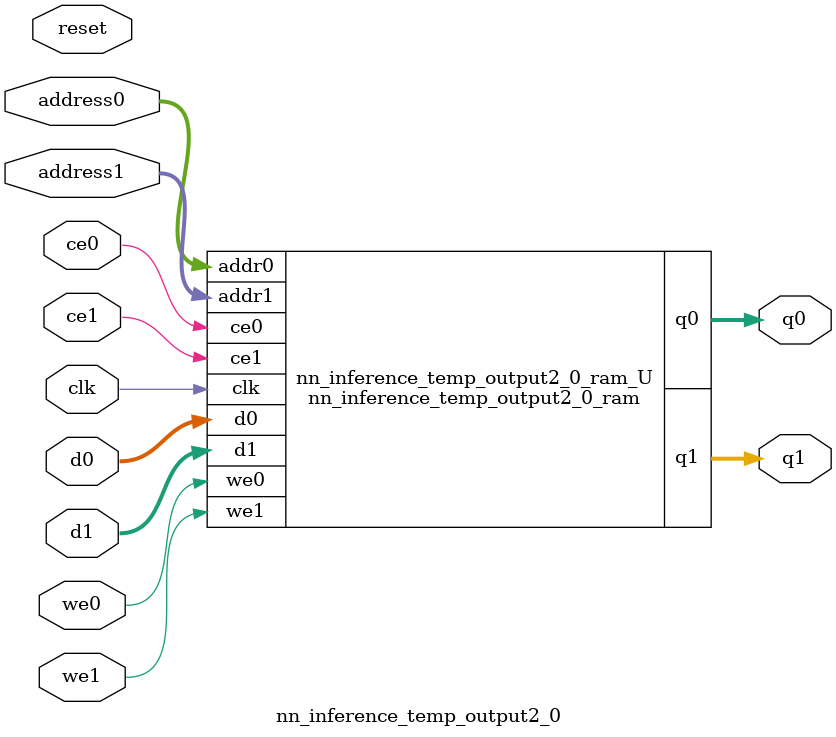
<source format=v>
`timescale 1 ns / 1 ps
module nn_inference_temp_output2_0_ram (addr0, ce0, d0, we0, q0, addr1, ce1, d1, we1, q1,  clk);

parameter DWIDTH = 32;
parameter AWIDTH = 4;
parameter MEM_SIZE = 16;

input[AWIDTH-1:0] addr0;
input ce0;
input[DWIDTH-1:0] d0;
input we0;
output reg[DWIDTH-1:0] q0;
input[AWIDTH-1:0] addr1;
input ce1;
input[DWIDTH-1:0] d1;
input we1;
output reg[DWIDTH-1:0] q1;
input clk;

reg [DWIDTH-1:0] ram[0:MEM_SIZE-1];




always @(posedge clk)  
begin 
    if (ce0) begin
        if (we0) 
            ram[addr0] <= d0; 
        q0 <= ram[addr0];
    end
end


always @(posedge clk)  
begin 
    if (ce1) begin
        if (we1) 
            ram[addr1] <= d1; 
        q1 <= ram[addr1];
    end
end


endmodule

`timescale 1 ns / 1 ps
module nn_inference_temp_output2_0(
    reset,
    clk,
    address0,
    ce0,
    we0,
    d0,
    q0,
    address1,
    ce1,
    we1,
    d1,
    q1);

parameter DataWidth = 32'd32;
parameter AddressRange = 32'd16;
parameter AddressWidth = 32'd4;
input reset;
input clk;
input[AddressWidth - 1:0] address0;
input ce0;
input we0;
input[DataWidth - 1:0] d0;
output[DataWidth - 1:0] q0;
input[AddressWidth - 1:0] address1;
input ce1;
input we1;
input[DataWidth - 1:0] d1;
output[DataWidth - 1:0] q1;



nn_inference_temp_output2_0_ram nn_inference_temp_output2_0_ram_U(
    .clk( clk ),
    .addr0( address0 ),
    .ce0( ce0 ),
    .we0( we0 ),
    .d0( d0 ),
    .q0( q0 ),
    .addr1( address1 ),
    .ce1( ce1 ),
    .we1( we1 ),
    .d1( d1 ),
    .q1( q1 ));

endmodule


</source>
